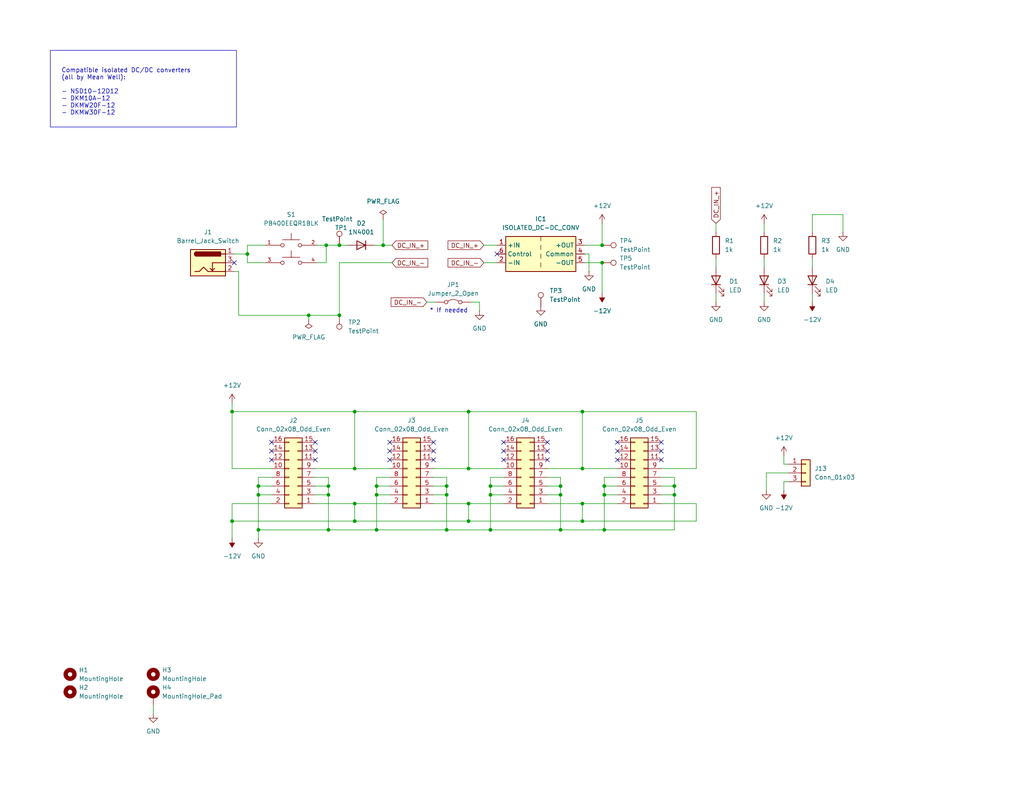
<source format=kicad_sch>
(kicad_sch (version 20250114) (generator "eeschema") (generator_version "9.0")
  (paper "User" 297 230)
  (title_block (title "Hog Moduleur PSU") (date "2025-06-04") (rev "0.1") (company "Shmøergh"))
  (lib_symbols
    (symbol "+12V_1" (power) (pin_numbers (hide yes)) (pin_names (offset 0) (hide yes))
      (property "Value" "+12V" (at 0 3.556 0))
      (symbol "+12V_1_0_1"
        (polyline (pts (xy -0.762 1.27) (xy 0 2.54)))
        (polyline (pts (xy 0 2.54) (xy 0.762 1.27)))
        (polyline (pts (xy 0 0) (xy 0 2.54)))
      )
      (symbol "+12V_1_1_1"
        (pin power_in line (at 0 0 90) (length 0) (name "~") (number "1"))
      )
    )
    (symbol "-12V_1" (power) (pin_numbers (hide yes)) (pin_names (offset 0) (hide yes))
      (property "Value" "-12V" (at 0 3.556 0))
      (symbol "-12V_1_0_0"
        (pin power_in line (at 0 0 90) (length 0) (name "~") (number "1"))
      )
      (symbol "-12V_1_0_1"
        (polyline (pts (xy 0 0) (xy 0 1.27) (xy 0.762 1.27) (xy 0 2.54) (xy -0.762 1.27) (xy 0 1.27)) (fill (type outline)))
      )
    )
    (symbol "Connector:Barrel_Jack_Switch" (pin_names (hide yes))
      (property "Reference" "J" (at 0 5.334 0))
      (property "Value" "Barrel_Jack_Switch" (at 0 -5.08 0))
      (symbol "Barrel_Jack_Switch_0_1"
        (rectangle (start -5.08 3.81) (end 5.08 -3.81) (stroke (width 0.254)) (fill (type background)))
        (polyline (pts (xy -3.81 -2.54) (xy -2.54 -2.54) (xy -1.27 -1.27) (xy 0 -2.54) (xy 2.54 -2.54) (xy 5.08 -2.54)) (stroke (width 0.254)))
        (arc (start -3.302 1.905) (mid -3.9343 2.54) (end -3.302 3.175) (stroke (width 0.254)))
        (arc (start -3.302 1.905) (mid -3.9343 2.54) (end -3.302 3.175) (stroke (width 0.254)) (fill (type outline)))
        (polyline (pts (xy 1.27 -2.286) (xy 1.905 -1.651)) (stroke (width 0.254)))
        (rectangle (start 3.683 3.175) (end -3.302 1.905) (stroke (width 0.254)) (fill (type outline)))
        (polyline (pts (xy 5.08 2.54) (xy 3.81 2.54)) (stroke (width 0.254)))
        (polyline (pts (xy 5.08 0) (xy 1.27 0) (xy 1.27 -2.286) (xy 0.635 -1.651)) (stroke (width 0.254)))
      )
      (symbol "Barrel_Jack_Switch_1_1"
        (pin passive line (at 7.62 2.54 180) (length 2.54) (name "~") (number "1"))
        (pin passive line (at 7.62 0 180) (length 2.54) (name "~") (number "3"))
        (pin passive line (at 7.62 -2.54 180) (length 2.54) (name "~") (number "2"))
      )
    )
    (symbol "Connector:TestPoint" (pin_numbers (hide yes)) (pin_names (offset 0.762) (hide yes))
      (property "Reference" "TP" (at 0 6.858 0))
      (property "Value" "TestPoint" (at 0 5.08 0))
      (symbol "TestPoint_0_1"
        (circle (center 0 3.302) (radius 0.762))
      )
      (symbol "TestPoint_1_1"
        (pin passive line (at 0 0 90) (length 2.54) (name "1") (number "1"))
      )
    )
    (symbol "Connector_Generic:Conn_01x03" (pin_names (offset 1.016) (hide yes))
      (property "Reference" "J" (at 0 5.08 0))
      (property "Value" "Conn_01x03" (at 0 -5.08 0))
      (symbol "Conn_01x03_1_1"
        (rectangle (start -1.27 3.81) (end 1.27 -3.81) (stroke (width 0.254)) (fill (type background)))
        (rectangle (start -1.27 2.667) (end 0 2.413) (stroke (width 0.1524)))
        (rectangle (start -1.27 0.127) (end 0 -0.127) (stroke (width 0.1524)))
        (rectangle (start -1.27 -2.413) (end 0 -2.667) (stroke (width 0.1524)))
        (pin passive line (at -5.08 2.54 0) (length 3.81) (name "Pin_1") (number "1"))
        (pin passive line (at -5.08 0 0) (length 3.81) (name "Pin_2") (number "2"))
        (pin passive line (at -5.08 -2.54 0) (length 3.81) (name "Pin_3") (number "3"))
      )
    )
    (symbol "Connector_Generic:Conn_02x08_Odd_Even" (pin_names (offset 1.016) (hide yes))
      (property "Reference" "J" (at 1.27 10.16 0))
      (property "Value" "Conn_02x08_Odd_Even" (at 1.27 -12.7 0))
      (symbol "Conn_02x08_Odd_Even_1_1"
        (rectangle (start -1.27 8.89) (end 3.81 -11.43) (stroke (width 0.254)) (fill (type background)))
        (rectangle (start -1.27 7.747) (end 0 7.493) (stroke (width 0.1524)))
        (rectangle (start -1.27 5.207) (end 0 4.953) (stroke (width 0.1524)))
        (rectangle (start -1.27 2.667) (end 0 2.413) (stroke (width 0.1524)))
        (rectangle (start -1.27 0.127) (end 0 -0.127) (stroke (width 0.1524)))
        (rectangle (start -1.27 -2.413) (end 0 -2.667) (stroke (width 0.1524)))
        (rectangle (start -1.27 -4.953) (end 0 -5.207) (stroke (width 0.1524)))
        (rectangle (start -1.27 -7.493) (end 0 -7.747) (stroke (width 0.1524)))
        (rectangle (start -1.27 -10.033) (end 0 -10.287) (stroke (width 0.1524)))
        (rectangle (start 3.81 7.747) (end 2.54 7.493) (stroke (width 0.1524)))
        (rectangle (start 3.81 5.207) (end 2.54 4.953) (stroke (width 0.1524)))
        (rectangle (start 3.81 2.667) (end 2.54 2.413) (stroke (width 0.1524)))
        (rectangle (start 3.81 0.127) (end 2.54 -0.127) (stroke (width 0.1524)))
        (rectangle (start 3.81 -2.413) (end 2.54 -2.667) (stroke (width 0.1524)))
        (rectangle (start 3.81 -4.953) (end 2.54 -5.207) (stroke (width 0.1524)))
        (rectangle (start 3.81 -7.493) (end 2.54 -7.747) (stroke (width 0.1524)))
        (rectangle (start 3.81 -10.033) (end 2.54 -10.287) (stroke (width 0.1524)))
        (pin passive line (at -5.08 7.62 0) (length 3.81) (name "Pin_1") (number "1"))
        (pin passive line (at -5.08 5.08 0) (length 3.81) (name "Pin_3") (number "3"))
        (pin passive line (at -5.08 2.54 0) (length 3.81) (name "Pin_5") (number "5"))
        (pin passive line (at -5.08 0 0) (length 3.81) (name "Pin_7") (number "7"))
        (pin passive line (at -5.08 -2.54 0) (length 3.81) (name "Pin_9") (number "9"))
        (pin passive line (at -5.08 -5.08 0) (length 3.81) (name "Pin_11") (number "11"))
        (pin passive line (at -5.08 -7.62 0) (length 3.81) (name "Pin_13") (number "13"))
        (pin passive line (at -5.08 -10.16 0) (length 3.81) (name "Pin_15") (number "15"))
        (pin passive line (at 7.62 7.62 180) (length 3.81) (name "Pin_2") (number "2"))
        (pin passive line (at 7.62 5.08 180) (length 3.81) (name "Pin_4") (number "4"))
        (pin passive line (at 7.62 2.54 180) (length 3.81) (name "Pin_6") (number "6"))
        (pin passive line (at 7.62 0 180) (length 3.81) (name "Pin_8") (number "8"))
        (pin passive line (at 7.62 -2.54 180) (length 3.81) (name "Pin_10") (number "10"))
        (pin passive line (at 7.62 -5.08 180) (length 3.81) (name "Pin_12") (number "12"))
        (pin passive line (at 7.62 -7.62 180) (length 3.81) (name "Pin_14") (number "14"))
        (pin passive line (at 7.62 -10.16 180) (length 3.81) (name "Pin_16") (number "16"))
      )
    )
    (symbol "Converter_DCDC:NSD10-xxDyy"
      (property "Reference" "U" (at -6.35 6.35 0))
      (property "Value" "NSD10-xxDyy" (at 2.54 6.35 0))
      (symbol "NSD10-xxDyy_0_1"
        (rectangle (start -10.16 5.08) (end 10.16 -5.08) (stroke (width 0.254)) (fill (type background)))
        (polyline (pts (xy 0 5.08) (xy 0 3.81)))
        (polyline (pts (xy 0 2.54) (xy 0 1.27)))
        (polyline (pts (xy 0 0) (xy 0 -1.27)))
        (polyline (pts (xy 0 -2.54) (xy 0 -3.81)))
      )
      (symbol "NSD10-xxDyy_1_0"
        (pin power_in line (at -12.7 2.54 0) (length 2.54) (name "+IN") (number "1"))
        (pin input line (at -12.7 0 0) (length 2.54) (name "Control") (number "6"))
        (pin power_in line (at -12.7 -2.54 0) (length 2.54) (name "-IN") (number "2"))
        (pin power_out line (at 12.7 2.54 180) (length 2.54) (name "+OUT") (number "3"))
        (pin power_out line (at 12.7 0 180) (length 2.54) (name "Common") (number "4"))
        (pin power_out line (at 12.7 -2.54 180) (length 2.54) (name "-OUT") (number "5"))
      )
    )
    (symbol "Device:D" (pin_numbers (hide yes)) (pin_names (offset 1.016) (hide yes))
      (property "Reference" "D" (at 0 2.54 0))
      (property "Value" "D" (at 0 -2.54 0))
      (symbol "D_0_1"
        (polyline (pts (xy -1.27 1.27) (xy -1.27 -1.27)) (stroke (width 0.254)))
        (polyline (pts (xy 1.27 1.27) (xy 1.27 -1.27) (xy -1.27 0) (xy 1.27 1.27)) (stroke (width 0.254)))
        (polyline (pts (xy 1.27 0) (xy -1.27 0)))
      )
      (symbol "D_1_1"
        (pin passive line (at -3.81 0 0) (length 2.54) (name "K") (number "1"))
        (pin passive line (at 3.81 0 180) (length 2.54) (name "A") (number "2"))
      )
    )
    (symbol "Device:LED" (pin_numbers (hide yes)) (pin_names (offset 1.016) (hide yes))
      (property "Reference" "D" (at 0 2.54 0))
      (property "Value" "LED" (at 0 -2.54 0))
      (symbol "LED_0_1"
        (polyline (pts (xy -3.048 -0.762) (xy -4.572 -2.286) (xy -3.81 -2.286) (xy -4.572 -2.286) (xy -4.572 -1.524)))
        (polyline (pts (xy -1.778 -0.762) (xy -3.302 -2.286) (xy -2.54 -2.286) (xy -3.302 -2.286) (xy -3.302 -1.524)))
        (polyline (pts (xy -1.27 0) (xy 1.27 0)))
        (polyline (pts (xy -1.27 -1.27) (xy -1.27 1.27)) (stroke (width 0.254)))
        (polyline (pts (xy 1.27 -1.27) (xy 1.27 1.27) (xy -1.27 0) (xy 1.27 -1.27)) (stroke (width 0.254)))
      )
      (symbol "LED_1_1"
        (pin passive line (at -3.81 0 0) (length 2.54) (name "K") (number "1"))
        (pin passive line (at 3.81 0 180) (length 2.54) (name "A") (number "2"))
      )
    )
    (symbol "Device:R" (pin_numbers (hide yes)) (pin_names (offset 0))
      (property "Reference" "R" (at 2.032 0 90))
      (property "Value" "R" (at 0 0 90))
      (symbol "R_0_1"
        (rectangle (start -1.016 -2.54) (end 1.016 2.54) (stroke (width 0.254)))
      )
      (symbol "R_1_1"
        (pin passive line (at 0 3.81 270) (length 1.27) (name "~") (number "1"))
        (pin passive line (at 0 -3.81 90) (length 1.27) (name "~") (number "2"))
      )
    )
    (symbol "GND_1" (power) (pin_numbers (hide yes)) (pin_names (offset 0) (hide yes))
      (property "Value" "GND" (at 0 -3.81 0))
      (symbol "GND_1_0_1"
        (polyline (pts (xy 0 0) (xy 0 -1.27) (xy 1.27 -1.27) (xy 0 -2.54) (xy -1.27 -1.27) (xy 0 -1.27)))
      )
      (symbol "GND_1_1_1"
        (pin power_in line (at 0 0 270) (length 0) (name "~") (number "1"))
      )
    )
    (symbol "GND_2" (power) (pin_numbers (hide yes)) (pin_names (offset 0) (hide yes))
      (property "Value" "GND" (at 0 -3.81 0))
      (symbol "GND_2_0_1"
        (polyline (pts (xy 0 0) (xy 0 -1.27) (xy 1.27 -1.27) (xy 0 -2.54) (xy -1.27 -1.27) (xy 0 -1.27)))
      )
      (symbol "GND_2_1_1"
        (pin power_in line (at 0 0 270) (length 0) (name "~") (number "1"))
      )
    )
    (symbol "GND_3" (power) (pin_numbers (hide yes)) (pin_names (offset 0) (hide yes))
      (property "Value" "GND" (at 0 -3.81 0))
      (symbol "GND_3_0_1"
        (polyline (pts (xy 0 0) (xy 0 -1.27) (xy 1.27 -1.27) (xy 0 -2.54) (xy -1.27 -1.27) (xy 0 -1.27)))
      )
      (symbol "GND_3_1_1"
        (pin power_in line (at 0 0 270) (length 0) (name "~") (number "1"))
      )
    )
    (symbol "Jumper:Jumper_2_Bridged" (pin_numbers (hide yes)) (pin_names (offset 0) (hide yes))
      (property "Reference" "JP" (at 0 1.905 0))
      (property "Value" "Jumper_2_Bridged" (at 0 -2.54 0))
      (symbol "Jumper_2_Bridged_0_0"
        (circle (center -2.032 0) (radius 0.508))
        (circle (center 2.032 0) (radius 0.508))
      )
      (symbol "Jumper_2_Bridged_0_1"
        (arc (start -1.524 0.254) (mid 0 0.762) (end 1.524 0.254))
      )
      (symbol "Jumper_2_Bridged_1_1"
        (pin passive line (at -5.08 0 0) (length 2.54) (name "A") (number "1"))
        (pin passive line (at 5.08 0 180) (length 2.54) (name "B") (number "2"))
      )
    )
    (symbol "Mechanical:MountingHole" (pin_names (offset 1.016)) (exclude_from_sim yes) (in_bom no)
      (property "Reference" "H" (at 0 5.08 0))
      (property "Value" "MountingHole" (at 0 3.175 0))
      (symbol "MountingHole_0_1"
        (circle (center 0 0) (radius 1.27) (stroke (width 1.27)))
      )
    )
    (symbol "Mechanical:MountingHole_Pad" (pin_numbers (hide yes)) (pin_names (offset 1.016) (hide yes)) (in_bom no)
      (property "Reference" "H" (at 0 6.35 0))
      (property "Value" "MountingHole_Pad" (at 0 4.445 0))
      (symbol "MountingHole_Pad_0_1"
        (circle (center 0 1.27) (radius 1.27) (stroke (width 1.27)))
      )
      (symbol "MountingHole_Pad_1_1"
        (pin input line (at 0 -2.54 90) (length 2.54) (name "1") (number "1"))
      )
    )
    (symbol "Shmoergh-Custom-Components:PB400EEQR1BLK" (pin_names (offset 1.016))
      (property "Reference" "S" (at -7.62 7.62 0))
      (property "Value" "PB400EEQR1BLK" (at -7.62 -7.62 0))
      (symbol "PB400EEQR1BLK_0_0"
        (polyline (pts (xy -5.08 2.54) (xy -3.048 2.54)) (stroke (width 0.1524)))
        (polyline (pts (xy -5.08 -2.54) (xy -3.048 -2.54)) (stroke (width 0.1524)))
        (polyline (pts (xy -2.54 4.1275) (xy 0 4.1275)) (stroke (width 0.1524)))
        (circle (center -2.54 2.54) (radius 0.508) (stroke (width 0.1524)))
        (polyline (pts (xy -2.54 -0.9525) (xy 0 -0.9525)) (stroke (width 0.1524)))
        (circle (center -2.54 -2.54) (radius 0.508) (stroke (width 0.1524)))
        (polyline (pts (xy 0 4.1275) (xy 0 6.0325)) (stroke (width 0.1524)))
        (polyline (pts (xy 0 4.1275) (xy 2.54 4.1275)) (stroke (width 0.1524)))
        (polyline (pts (xy 0 -0.9525) (xy 0 0.9525)) (stroke (width 0.1524)))
        (polyline (pts (xy 0 -0.9525) (xy 2.54 -0.9525)) (stroke (width 0.1524)))
        (circle (center 2.54 2.54) (radius 0.508) (stroke (width 0.1524)))
        (circle (center 2.54 -2.54) (radius 0.508) (stroke (width 0.1524)))
        (polyline (pts (xy 5.08 2.54) (xy 3.048 2.54)) (stroke (width 0.1524)))
        (polyline (pts (xy 5.08 -2.54) (xy 3.048 -2.54)) (stroke (width 0.1524)))
        (pin passive line (at -7.62 2.54 0) (length 2.54) (name "~") (number "1"))
        (pin passive line (at -7.62 -2.54 0) (length 2.54) (name "~") (number "3"))
        (pin passive line (at 7.62 2.54 180) (length 2.54) (name "~") (number "2"))
        (pin passive line (at 7.62 -2.54 180) (length 2.54) (name "~") (number "4"))
      )
    )
    (symbol "power:+12V" (power) (pin_numbers (hide yes)) (pin_names (offset 0) (hide yes))
      (property "Value" "+12V" (at 0 3.556 0))
      (symbol "+12V_0_1"
        (polyline (pts (xy -0.762 1.27) (xy 0 2.54)))
        (polyline (pts (xy 0 2.54) (xy 0.762 1.27)))
        (polyline (pts (xy 0 0) (xy 0 2.54)))
      )
      (symbol "+12V_1_1"
        (pin power_in line (at 0 0 90) (length 0) (name "~") (number "1"))
      )
    )
    (symbol "power:-12V" (power) (pin_numbers (hide yes)) (pin_names (offset 0) (hide yes))
      (property "Value" "-12V" (at 0 3.556 0))
      (symbol "-12V_0_0"
        (pin power_in line (at 0 0 90) (length 0) (name "~") (number "1"))
      )
      (symbol "-12V_0_1"
        (polyline (pts (xy 0 0) (xy 0 1.27) (xy 0.762 1.27) (xy 0 2.54) (xy -0.762 1.27) (xy 0 1.27)) (fill (type outline)))
      )
    )
    (symbol "power:GND" (power) (pin_numbers (hide yes)) (pin_names (offset 0) (hide yes))
      (property "Value" "GND" (at 0 -3.81 0))
      (symbol "GND_0_1"
        (polyline (pts (xy 0 0) (xy 0 -1.27) (xy 1.27 -1.27) (xy 0 -2.54) (xy -1.27 -1.27) (xy 0 -1.27)))
      )
      (symbol "GND_1_1"
        (pin power_in line (at 0 0 270) (length 0) (name "~") (number "1"))
      )
    )
    (symbol "power:PWR_FLAG" (power) (pin_numbers (hide yes)) (pin_names (offset 0) (hide yes))
      (property "Value" "PWR_FLAG" (at 0 3.81 0))
      (symbol "PWR_FLAG_0_0"
        (pin power_out line (at 0 0 90) (length 0) (name "~") (number "1"))
      )
      (symbol "PWR_FLAG_0_1"
        (polyline (pts (xy 0 0) (xy 0 1.27) (xy -1.016 1.905) (xy 0 2.54) (xy 1.016 1.905) (xy 0 1.27)))
      )
    )
  )
  (rectangle (start 14.605 14.605) (end 68.58 36.83))
  (text "Compatible isolated DC/DC converters \n(all by Mean Well):\n\n- NSD10-12D12\n- DKM10A-12\n- DKMW20F-12\n- DKMW30F-12\n" (at 17.78 26.67 0) (effects (font (size 1.27 1.27)) (justify left)))
  (text "* If needed" (at 130.175 90.17 0) (effects (font (size 1.27 1.27))))
  (junction (at 142.24 140.97))
  (junction (at 89.535 91.44))
  (junction (at 174.625 71.12))
  (junction (at 95.25 143.51))
  (junction (at 168.91 135.89))
  (junction (at 74.93 140.97))
  (junction (at 67.31 119.38))
  (junction (at 98.425 71.12))
  (junction (at 162.56 153.67))
  (junction (at 168.91 119.38))
  (junction (at 111.125 71.12))
  (junction (at 109.22 143.51))
  (junction (at 95.25 140.97))
  (junction (at 129.54 153.67))
  (junction (at 74.93 153.67))
  (junction (at 175.26 153.67))
  (junction (at 174.625 76.2))
  (junction (at 94.615 71.12))
  (junction (at 102.87 119.38))
  (junction (at 109.22 153.67))
  (junction (at 162.56 140.97))
  (junction (at 162.56 143.51))
  (junction (at 195.58 140.97))
  (junction (at 168.91 146.05))
  (junction (at 109.22 140.97))
  (junction (at 95.25 153.67))
  (junction (at 135.89 146.05))
  (junction (at 98.425 91.44))
  (junction (at 175.26 143.51))
  (junction (at 135.89 119.38))
  (junction (at 135.89 135.89))
  (junction (at 175.26 140.97))
  (junction (at 102.87 146.05))
  (junction (at 142.24 153.67))
  (junction (at 135.89 151.13))
  (junction (at 71.755 73.66))
  (junction (at 67.31 151.13))
  (junction (at 102.87 135.89))
  (junction (at 74.93 143.51))
  (junction (at 195.58 143.51))
  (junction (at 102.87 151.13))
  (junction (at 168.91 151.13))
  (junction (at 129.54 140.97))
  (junction (at 129.54 143.51))
  (junction (at 142.24 143.51))
  (no_connect (at 125.73 130.81))
  (no_connect (at 191.77 133.35))
  (no_connect (at 144.145 73.66))
  (no_connect (at 158.75 130.81))
  (no_connect (at 179.07 130.81))
  (no_connect (at 125.73 133.35))
  (no_connect (at 91.44 130.81))
  (no_connect (at 91.44 128.27))
  (no_connect (at 78.74 133.35))
  (no_connect (at 158.75 133.35))
  (no_connect (at 113.03 130.81))
  (no_connect (at 78.74 128.27))
  (no_connect (at 158.75 128.27))
  (no_connect (at 179.07 128.27))
  (no_connect (at 67.945 76.2))
  (no_connect (at 191.77 130.81))
  (no_connect (at 146.05 133.35))
  (no_connect (at 146.05 130.81))
  (no_connect (at 125.73 128.27))
  (no_connect (at 179.07 133.35))
  (no_connect (at 113.03 128.27))
  (no_connect (at 78.74 130.81))
  (no_connect (at 91.44 133.35))
  (no_connect (at 191.77 128.27))
  (no_connect (at 113.03 133.35))
  (no_connect (at 146.05 128.27))
  (wire (pts (xy 175.26 138.43) (xy 175.26 140.97)))
  (wire (pts (xy 74.93 138.43) (xy 74.93 140.97)))
  (wire (pts (xy 94.615 76.2) (xy 94.615 71.12)))
  (wire (pts (xy 94.615 71.12) (xy 98.425 71.12)))
  (wire (pts (xy 91.44 146.05) (xy 102.87 146.05)))
  (wire (pts (xy 195.58 153.67) (xy 175.26 153.67)))
  (wire (pts (xy 102.87 119.38) (xy 135.89 119.38)))
  (wire (pts (xy 195.58 143.51) (xy 195.58 153.67)))
  (wire (pts (xy 123.825 87.63) (xy 126.365 87.63)))
  (wire (pts (xy 91.44 143.51) (xy 95.25 143.51)))
  (wire (pts (xy 109.22 138.43) (xy 113.03 138.43)))
  (wire (pts (xy 168.91 146.05) (xy 179.07 146.05)))
  (wire (pts (xy 140.335 71.12) (xy 144.145 71.12)))
  (wire (pts (xy 67.31 135.89) (xy 67.31 119.38)))
  (wire (pts (xy 195.58 140.97) (xy 195.58 143.51)))
  (wire (pts (xy 78.74 146.05) (xy 67.31 146.05)))
  (wire (pts (xy 129.54 153.67) (xy 142.24 153.67)))
  (wire (pts (xy 221.615 64.77) (xy 221.615 67.31)))
  (wire (pts (xy 71.755 73.66) (xy 67.945 73.66)))
  (wire (pts (xy 67.31 119.38) (xy 67.31 116.84)))
  (wire (pts (xy 67.31 119.38) (xy 102.87 119.38)))
  (wire (pts (xy 222.25 137.16) (xy 228.6 137.16)))
  (wire (pts (xy 175.26 140.97) (xy 179.07 140.97)))
  (wire (pts (xy 92.075 76.2) (xy 94.615 76.2)))
  (wire (pts (xy 162.56 143.51) (xy 162.56 153.67)))
  (wire (pts (xy 135.89 119.38) (xy 168.91 119.38)))
  (wire (pts (xy 169.545 71.12) (xy 174.625 71.12)))
  (wire (pts (xy 95.25 153.67) (xy 109.22 153.67)))
  (wire (pts (xy 227.33 134.62) (xy 228.6 134.62)))
  (wire (pts (xy 135.89 135.89) (xy 146.05 135.89)))
  (wire (pts (xy 169.545 73.66) (xy 170.815 73.66)))
  (wire (pts (xy 227.33 139.7) (xy 227.33 142.24)))
  (wire (pts (xy 74.93 143.51) (xy 74.93 153.67)))
  (wire (pts (xy 67.31 146.05) (xy 67.31 151.13)))
  (wire (pts (xy 76.835 76.2) (xy 71.755 76.2)))
  (wire (pts (xy 191.77 135.89) (xy 201.93 135.89)))
  (wire (pts (xy 222.25 137.16) (xy 222.25 142.24)))
  (wire (pts (xy 168.91 135.89) (xy 179.07 135.89)))
  (wire (pts (xy 175.26 138.43) (xy 179.07 138.43)))
  (wire (pts (xy 135.89 119.38) (xy 135.89 135.89)))
  (wire (pts (xy 95.25 153.67) (xy 74.93 153.67)))
  (wire (pts (xy 139.065 90.17) (xy 139.065 87.63)))
  (wire (pts (xy 129.54 140.97) (xy 129.54 143.51)))
  (wire (pts (xy 113.03 146.05) (xy 102.87 146.05)))
  (wire (pts (xy 74.93 140.97) (xy 74.93 143.51)))
  (wire (pts (xy 158.75 140.97) (xy 162.56 140.97)))
  (wire (pts (xy 191.77 143.51) (xy 195.58 143.51)))
  (wire (pts (xy 109.22 143.51) (xy 109.22 153.67)))
  (wire (pts (xy 207.645 64.77) (xy 207.645 67.31)))
  (wire (pts (xy 158.75 146.05) (xy 168.91 146.05)))
  (wire (pts (xy 168.91 119.38) (xy 201.93 119.38)))
  (wire (pts (xy 125.73 143.51) (xy 129.54 143.51)))
  (wire (pts (xy 175.26 143.51) (xy 179.07 143.51)))
  (wire (pts (xy 235.585 62.23) (xy 235.585 67.31)))
  (wire (pts (xy 91.44 138.43) (xy 95.25 138.43)))
  (wire (pts (xy 235.585 87.63) (xy 235.585 85.09)))
  (wire (pts (xy 244.475 67.31) (xy 244.475 62.23)))
  (wire (pts (xy 125.73 146.05) (xy 135.89 146.05)))
  (wire (pts (xy 168.91 119.38) (xy 168.91 135.89)))
  (wire (pts (xy 109.22 140.97) (xy 109.22 143.51)))
  (wire (pts (xy 95.25 143.51) (xy 95.25 153.67)))
  (wire (pts (xy 69.215 78.74) (xy 67.945 78.74)))
  (wire (pts (xy 129.54 143.51) (xy 129.54 153.67)))
  (wire (pts (xy 221.615 87.63) (xy 221.615 85.09)))
  (wire (pts (xy 168.91 146.05) (xy 168.91 151.13)))
  (wire (pts (xy 74.93 138.43) (xy 78.74 138.43)))
  (wire (pts (xy 135.89 151.13) (xy 168.91 151.13)))
  (wire (pts (xy 102.87 151.13) (xy 135.89 151.13)))
  (wire (pts (xy 221.615 77.47) (xy 221.615 74.93)))
  (wire (pts (xy 162.56 138.43) (xy 162.56 140.97)))
  (wire (pts (xy 142.24 140.97) (xy 142.24 143.51)))
  (wire (pts (xy 129.54 138.43) (xy 129.54 140.97)))
  (wire (pts (xy 162.56 153.67) (xy 175.26 153.67)))
  (wire (pts (xy 168.91 151.13) (xy 201.93 151.13)))
  (wire (pts (xy 207.645 87.63) (xy 207.645 85.09)))
  (wire (pts (xy 74.93 140.97) (xy 78.74 140.97)))
  (wire (pts (xy 111.125 63.5) (xy 111.125 71.12)))
  (wire (pts (xy 95.25 138.43) (xy 95.25 140.97)))
  (wire (pts (xy 71.755 71.12) (xy 71.755 73.66)))
  (wire (pts (xy 158.75 135.89) (xy 168.91 135.89)))
  (wire (pts (xy 91.44 135.89) (xy 102.87 135.89)))
  (wire (pts (xy 74.93 143.51) (xy 78.74 143.51)))
  (wire (pts (xy 125.73 138.43) (xy 129.54 138.43)))
  (wire (pts (xy 140.335 76.2) (xy 144.145 76.2)))
  (wire (pts (xy 195.58 138.43) (xy 195.58 140.97)))
  (wire (pts (xy 113.03 135.89) (xy 102.87 135.89)))
  (wire (pts (xy 91.44 140.97) (xy 95.25 140.97)))
  (wire (pts (xy 113.665 76.2) (xy 98.425 76.2)))
  (wire (pts (xy 98.425 71.12) (xy 100.965 71.12)))
  (wire (pts (xy 69.215 78.74) (xy 69.215 91.44)))
  (wire (pts (xy 108.585 71.12) (xy 111.125 71.12)))
  (wire (pts (xy 142.24 143.51) (xy 142.24 153.67)))
  (wire (pts (xy 201.93 119.38) (xy 201.93 135.89)))
  (wire (pts (xy 142.24 138.43) (xy 142.24 140.97)))
  (wire (pts (xy 227.33 139.7) (xy 228.6 139.7)))
  (wire (pts (xy 207.645 77.47) (xy 207.645 74.93)))
  (wire (pts (xy 109.22 143.51) (xy 113.03 143.51)))
  (wire (pts (xy 102.87 135.89) (xy 102.87 119.38)))
  (wire (pts (xy 78.74 135.89) (xy 67.31 135.89)))
  (wire (pts (xy 244.475 62.23) (xy 235.585 62.23)))
  (wire (pts (xy 175.26 143.51) (xy 175.26 153.67)))
  (wire (pts (xy 89.535 92.71) (xy 89.535 91.44)))
  (wire (pts (xy 158.75 143.51) (xy 162.56 143.51)))
  (wire (pts (xy 125.73 135.89) (xy 135.89 135.89)))
  (wire (pts (xy 76.835 71.12) (xy 71.755 71.12)))
  (wire (pts (xy 111.125 71.12) (xy 113.665 71.12)))
  (wire (pts (xy 170.815 73.66) (xy 170.815 78.74)))
  (wire (pts (xy 102.87 146.05) (xy 102.87 151.13)))
  (wire (pts (xy 139.065 87.63) (xy 136.525 87.63)))
  (wire (pts (xy 135.89 146.05) (xy 135.89 151.13)))
  (wire (pts (xy 158.75 138.43) (xy 162.56 138.43)))
  (wire (pts (xy 89.535 91.44) (xy 69.215 91.44)))
  (wire (pts (xy 191.77 138.43) (xy 195.58 138.43)))
  (wire (pts (xy 129.54 153.67) (xy 109.22 153.67)))
  (wire (pts (xy 109.22 138.43) (xy 109.22 140.97)))
  (wire (pts (xy 109.22 140.97) (xy 113.03 140.97)))
  (wire (pts (xy 162.56 140.97) (xy 162.56 143.51)))
  (wire (pts (xy 67.31 151.13) (xy 102.87 151.13)))
  (wire (pts (xy 191.77 140.97) (xy 195.58 140.97)))
  (wire (pts (xy 174.625 85.09) (xy 174.625 76.2)))
  (wire (pts (xy 74.93 153.67) (xy 74.93 156.21)))
  (wire (pts (xy 71.755 76.2) (xy 71.755 73.66)))
  (wire (pts (xy 142.24 140.97) (xy 146.05 140.97)))
  (wire (pts (xy 98.425 76.2) (xy 98.425 91.44)))
  (wire (pts (xy 174.625 64.77) (xy 174.625 71.12)))
  (wire (pts (xy 235.585 77.47) (xy 235.585 74.93)))
  (wire (pts (xy 142.24 138.43) (xy 146.05 138.43)))
  (wire (pts (xy 135.89 146.05) (xy 146.05 146.05)))
  (wire (pts (xy 125.73 140.97) (xy 129.54 140.97)))
  (wire (pts (xy 175.26 140.97) (xy 175.26 143.51)))
  (wire (pts (xy 169.545 76.2) (xy 174.625 76.2)))
  (wire (pts (xy 95.25 140.97) (xy 95.25 143.51)))
  (wire (pts (xy 162.56 153.67) (xy 142.24 153.67)))
  (wire (pts (xy 201.93 146.05) (xy 201.93 151.13)))
  (wire (pts (xy 67.31 151.13) (xy 67.31 156.21)))
  (wire (pts (xy 44.45 207.01) (xy 44.45 204.47)))
  (wire (pts (xy 98.425 91.44) (xy 89.535 91.44)))
  (wire (pts (xy 191.77 146.05) (xy 201.93 146.05)))
  (wire (pts (xy 142.24 143.51) (xy 146.05 143.51)))
  (wire (pts (xy 227.33 132.08) (xy 227.33 134.62)))
  (wire (pts (xy 92.075 71.12) (xy 94.615 71.12)))
  (global_label "DC_IN_+" (shape input) (at 207.645 64.77 90) (property "Intersheetrefs" "${INTERSHEET_REFS}" (effects (hide yes))))
  (global_label "DC_IN_-" (shape input) (at 123.825 87.63 180) (property "Intersheetrefs" "${INTERSHEET_REFS}" (effects (hide yes))))
  (global_label "DC_IN_+" (shape input) (at 113.665 71.12 0) (property "Intersheetrefs" "${INTERSHEET_REFS}" (effects (hide yes))))
  (global_label "DC_IN_-" (shape input) (at 113.665 76.2 0) (property "Intersheetrefs" "${INTERSHEET_REFS}" (effects (hide yes))))
  (global_label "DC_IN_-" (shape input) (at 140.335 76.2 180) (property "Intersheetrefs" "${INTERSHEET_REFS}" (effects (hide yes))))
  (global_label "DC_IN_+" (shape input) (at 140.335 71.12 180) (property "Intersheetrefs" "${INTERSHEET_REFS}" (effects (hide yes))))
  (symbol (lib_id "Device:R") (at 235.585 71.12 0) (unit 1)
    (property "Reference" "R3" (at 238.125 69.8499 0) (effects (justify left)))
    (property "Value" "1k" (at 238.125 72.3899 0) (effects (justify left)))
    (property "Footprint" "Shmoergh_Custom_Footprints:R_Axial_DIN0207_L6.3mm_D2.5mm_P7.62mm_Horizontal" (effects (hide yes)))
    (property "Description" "Resistor" (effects (hide yes)))
    (property "Part No." "303-MF0W4FF1001A10 " (effects (hide yes)))
    (property "Part URL" "https://mou.sr/3ZzOD6G" (effects (hide yes)))
    (property "Vendor" "Mouser" (effects (hide yes)))
  )
  (symbol (lib_id "Mechanical:MountingHole") (at 44.45 195.58 0) (unit 1) (exclude_from_sim yes) (in_bom no)
    (property "Reference" "H3" (at 46.99 194.3099 0) (effects (justify left)))
    (property "Value" "MountingHole" (at 46.99 196.8499 0) (effects (justify left)))
    (property "Footprint" "MountingHole:MountingHole_3.2mm_M3_DIN965" (effects (hide yes)))
    (property "Description" "Mounting Hole without connection" (effects (hide yes)))
    (property "Part No." "N/A" (effects (hide yes)))
    (property "Part URL" "N/A" (effects (hide yes)))
    (property "Vendor" "N/A" (effects (hide yes)))
  )
  (symbol (lib_id "power:GND") (at 44.45 207.01 0) (unit 1)
    (property "Reference" "#PWR012" (effects (hide yes)))
    (property "Value" "GND" (at 44.45 212.09 0))
    (property "Description" "Power symbol creates a global label with name \"GND\" , ground" (effects (hide yes)))
  )
  (symbol (lib_name "-12V_1") (lib_id "power:-12V") (at 67.31 156.21 180) (unit 1)
    (property "Reference" "#PWR02" (effects (hide yes)))
    (property "Value" "-12V" (at 67.31 161.29 0))
    (property "Description" "Power symbol creates a global label with name \"-12V\"" (effects (hide yes)))
  )
  (symbol (lib_id "power:GND") (at 222.25 142.24 0) (unit 1)
    (property "Reference" "#PWR015" (effects (hide yes)))
    (property "Value" "GND" (at 222.25 147.32 0))
    (property "Description" "Power symbol creates a global label with name \"GND\" , ground" (effects (hide yes)))
  )
  (symbol (lib_id "power:PWR_FLAG") (at 111.125 63.5 0) (unit 1)
    (property "Reference" "#FLG01" (effects (hide yes)))
    (property "Value" "PWR_FLAG" (at 111.125 58.42 0))
    (property "Description" "Special symbol for telling ERC where power comes from" (effects (hide yes)))
  )
  (symbol (lib_name "+12V_1") (lib_id "power:+12V") (at 67.31 116.84 0) (unit 1)
    (property "Reference" "#PWR01" (effects (hide yes)))
    (property "Value" "+12V" (at 67.31 111.76 0))
    (property "Description" "Power symbol creates a global label with name \"+12V\"" (effects (hide yes)))
  )
  (symbol (lib_id "Device:R") (at 221.615 71.12 0) (unit 1)
    (property "Reference" "R2" (at 224.155 69.8499 0) (effects (justify left)))
    (property "Value" "1k" (at 224.155 72.3899 0) (effects (justify left)))
    (property "Footprint" "Shmoergh_Custom_Footprints:R_Axial_DIN0207_L6.3mm_D2.5mm_P7.62mm_Horizontal" (effects (hide yes)))
    (property "Description" "Resistor" (effects (hide yes)))
    (property "Part No." "303-MF0W4FF1001A10 " (effects (hide yes)))
    (property "Part URL" "https://mou.sr/3ZzOD6G" (effects (hide yes)))
    (property "Vendor" "Mouser" (effects (hide yes)))
  )
  (symbol (lib_name "GND_2") (lib_id "power:GND") (at 244.475 67.31 0) (unit 1)
    (property "Reference" "#PWR019" (effects (hide yes)))
    (property "Value" "GND" (at 244.475 72.39 0))
    (property "Description" "Power symbol creates a global label with name \"GND\" , ground" (effects (hide yes)))
  )
  (symbol (lib_id "power:PWR_FLAG") (at 89.535 92.71 180) (unit 1)
    (property "Reference" "#FLG02" (effects (hide yes)))
    (property "Value" "PWR_FLAG" (at 89.535 97.79 0))
    (property "Description" "Special symbol for telling ERC where power comes from" (effects (hide yes)))
  )
  (symbol (lib_id "Shmoergh-Custom-Components:PB400EEQR1BLK") (at 84.455 73.66 0) (unit 1)
    (property "Reference" "S1" (at 84.455 62.23 0))
    (property "Value" "PB400EEQR1BLK" (at 84.455 64.77 0))
    (property "Footprint" "Shmoergh_Custom_Footprints:SW_PB400EEQR1BLK" (effects (hide yes)))
    (property "Description" "Pushbutton Switch, DPST,OFF-ON, Round Actuator,3A,30VDC, R/A PC, PB400 Series | E-Switch PB400EEQR1BLK" (effects (hide yes)))
    (property "MF" "E-Switch" (effects (hide yes)))
    (property "MAXIMUM_PACKAGE_HEIGHT" "10.6 mm" (effects (hide yes)))
    (property "Package" "None" (effects (hide yes)))
    (property "Price" "None" (effects (hide yes)))
    (property "Check_prices" "https://www.snapeda.com/parts/PB400EEQR1BLK/E-Switch/view-part/?ref=eda" (effects (hide yes)))
    (property "STANDARD" "Manufacturer Recommendations" (effects (hide yes)))
    (property "PARTREV" "A" (effects (hide yes)))
    (property "SnapEDA_Link" "https://www.snapeda.com/parts/PB400EEQR1BLK/E-Switch/view-part/?ref=snap" (effects (hide yes)))
    (property "MP" "PB400EEQR1BLK" (effects (hide yes)))
    (property "Availability" "In Stock" (effects (hide yes)))
    (property "MANUFACTURER" "E-Switch" (effects (hide yes)))
    (property "Part No." "612-PB400EEQR1BLK " (effects (hide yes)))
    (property "Part URL" "https://mou.sr/3TDv9tV" (effects (hide yes)))
    (property "Vendor" "Mouser" (effects (hide yes)))
  )
  (symbol (lib_id "Connector:TestPoint") (at 156.845 88.9 0) (unit 1) (in_bom no)
    (property "Reference" "TP3" (at 159.385 84.3279 0) (effects (justify left)))
    (property "Value" "TestPoint" (at 159.385 86.8679 0) (effects (justify left)))
    (property "Footprint" "TestPoint:TestPoint_THTPad_2.0x2.0mm_Drill1.0mm" (effects (hide yes)))
    (property "Description" "test point" (effects (hide yes)))
    (property "Part No." "N/A" (effects (hide yes)))
    (property "Part URL" "N/A" (effects (hide yes)))
    (property "Vendor" "N/A" (effects (hide yes)))
  )
  (symbol (lib_id "Mechanical:MountingHole") (at 20.32 195.58 0) (unit 1) (exclude_from_sim yes) (in_bom no)
    (property "Reference" "H1" (at 22.86 194.3099 0) (effects (justify left)))
    (property "Value" "MountingHole" (at 22.86 196.8499 0) (effects (justify left)))
    (property "Footprint" "MountingHole:MountingHole_3.2mm_M3_DIN965" (effects (hide yes)))
    (property "Description" "Mounting Hole without connection" (effects (hide yes)))
    (property "Part No." "N/A" (effects (hide yes)))
    (property "Part URL" "N/A" (effects (hide yes)))
    (property "Vendor" "N/A" (effects (hide yes)))
  )
  (symbol (lib_name "GND_2") (lib_id "power:GND") (at 207.645 87.63 0) (unit 1)
    (property "Reference" "#PWR04" (effects (hide yes)))
    (property "Value" "GND" (at 207.645 92.71 0))
    (property "Description" "Power symbol creates a global label with name \"GND\" , ground" (effects (hide yes)))
  )
  (symbol (lib_name "+12V_1") (lib_id "power:+12V") (at 174.625 64.77 0) (unit 1)
    (property "Reference" "#PWR010" (effects (hide yes)))
    (property "Value" "+12V" (at 174.625 59.69 0))
    (property "Description" "Power symbol creates a global label with name \"+12V\"" (effects (hide yes)))
  )
  (symbol (lib_id "Connector_Generic:Conn_02x08_Odd_Even") (at 120.65 138.43 180) (unit 1)
    (property "Reference" "J3" (at 119.38 121.92 0))
    (property "Value" "Conn_02x08_Odd_Even" (at 119.38 124.46 0))
    (property "Footprint" "Connector_IDC:IDC-Header_2x08_P2.54mm_Horizontal" (effects (hide yes)))
    (property "Description" "Generic connector, double row, 02x08, odd/even pin numbering scheme (row 1 odd numbers, row 2 even numbers), script generated (kicad-library-utils/schlib/autogen/connector/)" (effects (hide yes)))
    (property "Part No." "737-BHR-16-VUA" (effects (hide yes)))
    (property "Part URL" "https://mou.sr/4jUmWfT" (effects (hide yes)))
    (property "Vendor" "Mouser" (effects (hide yes)))
  )
  (symbol (lib_id "Device:D") (at 104.775 71.12 180) (unit 1)
    (property "Reference" "D2" (at 104.775 64.77 0))
    (property "Value" "1N4001" (at 104.775 67.31 0))
    (property "Footprint" "Diode_THT:D_DO-41_SOD81_P7.62mm_Horizontal" (effects (hide yes)))
    (property "Description" "Diode" (effects (hide yes)))
    (property "Sim.Device" "D" (effects (hide yes)))
    (property "Sim.Pins" "1=K 2=A" (effects (hide yes)))
    (property "Part No." "637-1N4001 " (effects (hide yes)))
    (property "Part URL" "https://mou.sr/3DfEJyK" (effects (hide yes)))
    (property "Vendor" "Mouser" (effects (hide yes)))
  )
  (symbol (lib_id "Mechanical:MountingHole") (at 20.32 200.66 0) (unit 1) (exclude_from_sim yes) (in_bom no)
    (property "Reference" "H2" (at 22.86 199.3899 0) (effects (justify left)))
    (property "Value" "MountingHole" (at 22.86 201.9299 0) (effects (justify left)))
    (property "Footprint" "MountingHole:MountingHole_3.2mm_M3_DIN965" (effects (hide yes)))
    (property "Description" "Mounting Hole without connection" (effects (hide yes)))
    (property "Part No." "N/A" (effects (hide yes)))
    (property "Part URL" "N/A" (effects (hide yes)))
    (property "Vendor" "N/A" (effects (hide yes)))
  )
  (symbol (lib_id "Connector:TestPoint") (at 98.425 71.12 0) (unit 1) (in_bom no)
    (property "Reference" "TP1" (at 97.155 66.04 0) (effects (justify left)))
    (property "Value" "TestPoint" (at 93.345 63.5 0) (effects (justify left)))
    (property "Footprint" "TestPoint:TestPoint_THTPad_2.0x2.0mm_Drill1.0mm" (effects (hide yes)))
    (property "Description" "test point" (effects (hide yes)))
    (property "Part No." "N/A" (effects (hide yes)))
    (property "Part URL" "N/A" (effects (hide yes)))
    (property "Vendor" "N/A" (effects (hide yes)))
  )
  (symbol (lib_id "Connector:TestPoint") (at 174.625 71.12 270) (unit 1) (in_bom no)
    (property "Reference" "TP4" (at 179.705 69.8499 90) (effects (justify left)))
    (property "Value" "TestPoint" (at 179.705 72.3899 90) (effects (justify left)))
    (property "Footprint" "TestPoint:TestPoint_THTPad_2.0x2.0mm_Drill1.0mm" (effects (hide yes)))
    (property "Description" "test point" (effects (hide yes)))
    (property "Part No." "N/A" (effects (hide yes)))
    (property "Part URL" "N/A" (effects (hide yes)))
    (property "Vendor" "N/A" (effects (hide yes)))
  )
  (symbol (lib_name "GND_1") (lib_id "power:GND") (at 139.065 90.17 0) (unit 1)
    (property "Reference" "#PWR07" (effects (hide yes)))
    (property "Value" "GND" (at 139.065 95.25 0))
    (property "Description" "Power symbol creates a global label with name \"GND\" , ground" (effects (hide yes)))
  )
  (symbol (lib_id "Device:R") (at 207.645 71.12 0) (unit 1)
    (property "Reference" "R1" (at 210.185 69.8499 0) (effects (justify left)))
    (property "Value" "1k" (at 210.185 72.3899 0) (effects (justify left)))
    (property "Footprint" "Shmoergh_Custom_Footprints:R_Axial_DIN0207_L6.3mm_D2.5mm_P7.62mm_Horizontal" (effects (hide yes)))
    (property "Description" "Resistor" (effects (hide yes)))
    (property "Part No." "303-MF0W4FF1001A10 " (effects (hide yes)))
    (property "Part URL" "https://mou.sr/3ZzOD6G" (effects (hide yes)))
    (property "Vendor" "Mouser" (effects (hide yes)))
  )
  (symbol (lib_name "GND_2") (lib_id "power:GND") (at 221.615 87.63 0) (unit 1)
    (property "Reference" "#PWR018" (effects (hide yes)))
    (property "Value" "GND" (at 221.615 92.71 0))
    (property "Description" "Power symbol creates a global label with name \"GND\" , ground" (effects (hide yes)))
  )
  (symbol (lib_id "Mechanical:MountingHole_Pad") (at 44.45 201.93 0) (unit 1) (exclude_from_sim yes) (in_bom no)
    (property "Reference" "H4" (at 46.99 199.3899 0) (effects (justify left)))
    (property "Value" "MountingHole_Pad" (at 46.99 201.9299 0) (effects (justify left)))
    (property "Footprint" "MountingHole:MountingHole_3.2mm_M3_DIN965_Pad" (effects (hide yes)))
    (property "Description" "Mounting Hole with connection" (effects (hide yes)))
  )
  (symbol (lib_id "power:-12V") (at 227.33 142.24 180) (unit 1)
    (property "Reference" "#PWR014" (effects (hide yes)))
    (property "Value" "-12V" (at 227.33 147.32 0))
    (property "Description" "Power symbol creates a global label with name \"-12V\"" (effects (hide yes)))
  )
  (symbol (lib_id "Converter_DCDC:NSD10-xxDyy") (at 156.845 73.66 0) (unit 1)
    (property "Reference" "IC1" (at 156.845 63.5 0))
    (property "Value" "ISOLATED_DC-DC_CONV" (at 156.845 66.04 0))
    (property "Footprint" "Shmoergh_Custom_Footprints:Converter_DCDC_MeanWell_NSD10_DKMW_THT" (effects (hide yes)))
    (property "Datasheet" "https://www.meanwell.com/webapp/product/search.aspx?prod=NSD10-D" (effects (hide yes)))
    (property "Description" "MeanWell 10W DC/DC converter, dual fixed output, 1kVDC isolation" (effects (hide yes)))
    (property "Height" "10" (effects (hide yes)))
    (property "Manufacturer_Name" "Mean Well" (effects (hide yes)))
    (property "Manufacturer_Part_Number" "NSD10-12D12" (effects (hide yes)))
    (property "Mouser Part Number" "709-NSD10-12D5" (effects (hide yes)))
    (property "Part No." "709-NSD10-12D12 " (effects (hide yes)))
    (property "Part URL" "https://mou.sr/3ZpECrS" (effects (hide yes)))
    (property "Vendor" "Mouser" (effects (hide yes)))
  )
  (symbol (lib_id "Connector:TestPoint") (at 174.625 76.2 270) (unit 1) (in_bom no)
    (property "Reference" "TP5" (at 179.705 74.9299 90) (effects (justify left)))
    (property "Value" "TestPoint" (at 179.705 77.4699 90) (effects (justify left)))
    (property "Footprint" "TestPoint:TestPoint_THTPad_2.0x2.0mm_Drill1.0mm" (effects (hide yes)))
    (property "Description" "test point" (effects (hide yes)))
    (property "Part No." "N/A" (effects (hide yes)))
    (property "Part URL" "N/A" (effects (hide yes)))
    (property "Vendor" "N/A" (effects (hide yes)))
  )
  (symbol (lib_id "Connector:TestPoint") (at 98.425 91.44 180) (unit 1) (in_bom no)
    (property "Reference" "TP2" (at 100.965 93.4719 0) (effects (justify right)))
    (property "Value" "TestPoint" (at 100.965 96.0119 0) (effects (justify right)))
    (property "Footprint" "TestPoint:TestPoint_THTPad_2.0x2.0mm_Drill1.0mm" (effects (hide yes)))
    (property "Description" "test point" (effects (hide yes)))
    (property "Part No." "N/A" (effects (hide yes)))
    (property "Part URL" "N/A" (effects (hide yes)))
    (property "Vendor" "N/A" (effects (hide yes)))
  )
  (symbol (lib_id "Jumper:Jumper_2_Bridged") (at 131.445 87.63 0) (unit 1) (in_bom no)
    (property "Reference" "JP1" (at 131.445 82.55 0))
    (property "Value" "Jumper_2_Open" (at 131.445 85.09 0))
    (property "Footprint" "Jumper:SolderJumper-2_P1.3mm_Bridged2Bar_RoundedPad1.0x1.5mm" (effects (hide yes)))
    (property "Description" "Jumper, 2-pole, closed/bridged" (effects (hide yes)))
    (property "Part No." "N/A" (effects (hide yes)))
    (property "Part URL" "N/A" (effects (hide yes)))
    (property "Vendor" "N/A" (effects (hide yes)))
  )
  (symbol (lib_id "Connector:Barrel_Jack_Switch") (at 60.325 76.2 0) (unit 1)
    (property "Reference" "J1" (at 60.325 67.31 0))
    (property "Value" "Barrel_Jack_Switch" (at 60.325 69.85 0))
    (property "Footprint" "Connector_BarrelJack:BarrelJack_Wuerth_6941xx301002" (effects (hide yes)))
    (property "Part No." "710-694106301002 " (effects (hide yes)))
    (property "Part URL" "https://mou.sr/4a9ckVQ" (effects (hide yes)))
    (property "Vendor" "Mouser" (effects (hide yes)))
  )
  (symbol (lib_name "-12V_1") (lib_id "power:-12V") (at 174.625 85.09 180) (unit 1)
    (property "Reference" "#PWR011" (effects (hide yes)))
    (property "Value" "-12V" (at 174.625 90.17 0))
    (property "Description" "Power symbol creates a global label with name \"-12V\"" (effects (hide yes)))
  )
  (symbol (lib_id "Device:LED") (at 221.615 81.28 90) (unit 1)
    (property "Reference" "D3" (at 225.425 81.5974 90) (effects (justify right)))
    (property "Value" "LED" (at 225.425 84.1374 90) (effects (justify right)))
    (property "Footprint" "LED_THT:LED_D3.0mm" (effects (hide yes)))
    (property "Description" "Light emitting diode" (effects (hide yes)))
    (property "Sim.Pins" "1=K 2=A" (effects (hide yes)))
    (property "Part No." "604-WP710A10ID" (effects (hide yes)))
    (property "Part URL" "https://mou.sr/45uKc0N" (effects (hide yes)))
    (property "Vendor" "Mouser" (effects (hide yes)))
  )
  (symbol (lib_id "Connector_Generic:Conn_02x08_Odd_Even") (at 186.69 138.43 180) (unit 1)
    (property "Reference" "J5" (at 185.42 121.92 0))
    (property "Value" "Conn_02x08_Odd_Even" (at 185.42 124.46 0))
    (property "Footprint" "Connector_IDC:IDC-Header_2x08_P2.54mm_Horizontal" (effects (hide yes)))
    (property "Description" "Generic connector, double row, 02x08, odd/even pin numbering scheme (row 1 odd numbers, row 2 even numbers), script generated (kicad-library-utils/schlib/autogen/connector/)" (effects (hide yes)))
    (property "Part No." "737-BHR-16-VUA" (effects (hide yes)))
    (property "Part URL" "https://mou.sr/4jUmWfT" (effects (hide yes)))
    (property "Vendor" "Mouser" (effects (hide yes)))
  )
  (symbol (lib_name "GND_3") (lib_id "power:GND") (at 74.93 156.21 0) (unit 1)
    (property "Reference" "#PWR03" (effects (hide yes)))
    (property "Value" "GND" (at 74.93 161.29 0))
    (property "Description" "Power symbol creates a global label with name \"GND\" , ground" (effects (hide yes)))
  )
  (symbol (lib_id "Device:LED") (at 235.585 81.28 90) (unit 1)
    (property "Reference" "D4" (at 239.395 81.5974 90) (effects (justify right)))
    (property "Value" "LED" (at 239.395 84.1374 90) (effects (justify right)))
    (property "Footprint" "LED_THT:LED_D3.0mm" (effects (hide yes)))
    (property "Description" "Light emitting diode" (effects (hide yes)))
    (property "Sim.Pins" "1=K 2=A" (effects (hide yes)))
    (property "Part No." "604-WP710A10ID" (effects (hide yes)))
    (property "Part URL" "https://mou.sr/45uKc0N" (effects (hide yes)))
    (property "Vendor" "Mouser" (effects (hide yes)))
  )
  (symbol (lib_id "Connector_Generic:Conn_02x08_Odd_Even") (at 153.67 138.43 180) (unit 1)
    (property "Reference" "J4" (at 152.4 121.92 0))
    (property "Value" "Conn_02x08_Odd_Even" (at 152.4 124.46 0))
    (property "Footprint" "Connector_IDC:IDC-Header_2x08_P2.54mm_Horizontal" (effects (hide yes)))
    (property "Description" "Generic connector, double row, 02x08, odd/even pin numbering scheme (row 1 odd numbers, row 2 even numbers), script generated (kicad-library-utils/schlib/autogen/connector/)" (effects (hide yes)))
    (property "Part No." "737-BHR-16-VUA" (effects (hide yes)))
    (property "Part URL" "https://mou.sr/4jUmWfT" (effects (hide yes)))
    (property "Vendor" "Mouser" (effects (hide yes)))
  )
  (symbol (lib_name "+12V_1") (lib_id "power:+12V") (at 221.615 64.77 0) (unit 1)
    (property "Reference" "#PWR017" (effects (hide yes)))
    (property "Value" "+12V" (at 221.615 59.69 0))
    (property "Description" "Power symbol creates a global label with name \"+12V\"" (effects (hide yes)))
  )
  (symbol (lib_name "-12V_1") (lib_id "power:-12V") (at 235.585 87.63 180) (unit 1)
    (property "Reference" "#PWR020" (effects (hide yes)))
    (property "Value" "-12V" (at 235.585 92.71 0))
    (property "Description" "Power symbol creates a global label with name \"-12V\"" (effects (hide yes)))
  )
  (symbol (lib_id "Connector_Generic:Conn_02x08_Odd_Even") (at 86.36 138.43 180) (unit 1)
    (property "Reference" "J2" (at 85.09 121.92 0))
    (property "Value" "Conn_02x08_Odd_Even" (at 85.09 124.46 0))
    (property "Footprint" "Connector_IDC:IDC-Header_2x08_P2.54mm_Horizontal" (effects (hide yes)))
    (property "Description" "Generic connector, double row, 02x08, odd/even pin numbering scheme (row 1 odd numbers, row 2 even numbers), script generated (kicad-library-utils/schlib/autogen/connector/)" (effects (hide yes)))
    (property "Part No." "737-BHR-16-VUA" (effects (hide yes)))
    (property "Part URL" "https://mou.sr/4jUmWfT" (effects (hide yes)))
    (property "Vendor" "Mouser" (effects (hide yes)))
  )
  (symbol (lib_name "GND_3") (lib_id "power:GND") (at 170.815 78.74 0) (unit 1)
    (property "Reference" "#PWR09" (effects (hide yes)))
    (property "Value" "GND" (at 170.815 83.82 0))
    (property "Description" "Power symbol creates a global label with name \"GND\" , ground" (effects (hide yes)))
  )
  (symbol (lib_id "power:+12V") (at 227.33 132.08 0) (unit 1)
    (property "Reference" "#PWR013" (effects (hide yes)))
    (property "Value" "+12V" (at 227.33 127 0))
    (property "Description" "Power symbol creates a global label with name \"+12V\"" (effects (hide yes)))
  )
  (symbol (lib_id "Device:LED") (at 207.645 81.28 90) (unit 1)
    (property "Reference" "D1" (at 211.455 81.5974 90) (effects (justify right)))
    (property "Value" "LED" (at 211.455 84.1374 90) (effects (justify right)))
    (property "Footprint" "LED_THT:LED_D3.0mm" (effects (hide yes)))
    (property "Description" "Light emitting diode" (effects (hide yes)))
    (property "Sim.Pins" "1=K 2=A" (effects (hide yes)))
    (property "Part No." "604-WP710A10ID" (effects (hide yes)))
    (property "Part URL" "https://mou.sr/45uKc0N" (effects (hide yes)))
    (property "Vendor" "Mouser" (effects (hide yes)))
  )
  (symbol (lib_name "GND_2") (lib_id "power:GND") (at 156.845 88.9 0) (unit 1)
    (property "Reference" "#PWR08" (effects (hide yes)))
    (property "Value" "GND" (at 156.845 93.98 0))
    (property "Description" "Power symbol creates a global label with name \"GND\" , ground" (effects (hide yes)))
  )
  (symbol (lib_id "Connector_Generic:Conn_01x03") (at 233.68 137.16 0) (unit 1) (in_bom no)
    (property "Reference" "J13" (at 236.22 135.8899 0) (effects (justify left)))
    (property "Value" "Conn_01x03" (at 236.22 138.4299 0) (effects (justify left)))
    (property "Footprint" "Connector_PinHeader_2.54mm:PinHeader_1x03_P2.54mm_Vertical" (effects (hide yes)))
    (property "Description" "Generic connector, single row, 01x03, script generated (kicad-library-utils/schlib/autogen/connector/)" (effects (hide yes)))
  )
)
</source>
